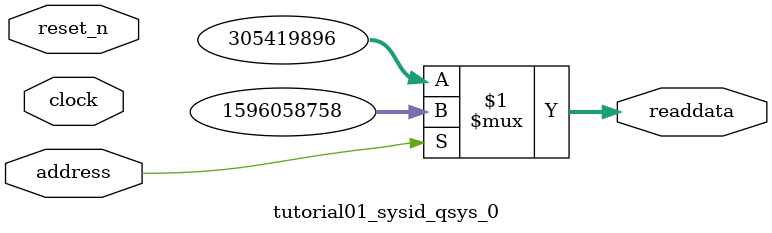
<source format=v>



// synthesis translate_off
`timescale 1ns / 1ps
// synthesis translate_on

// turn off superfluous verilog processor warnings 
// altera message_level Level1 
// altera message_off 10034 10035 10036 10037 10230 10240 10030 

module tutorial01_sysid_qsys_0 (
               // inputs:
                address,
                clock,
                reset_n,

               // outputs:
                readdata
             )
;

  output  [ 31: 0] readdata;
  input            address;
  input            clock;
  input            reset_n;

  wire    [ 31: 0] readdata;
  //control_slave, which is an e_avalon_slave
  assign readdata = address ? 1596058758 : 305419896;

endmodule



</source>
